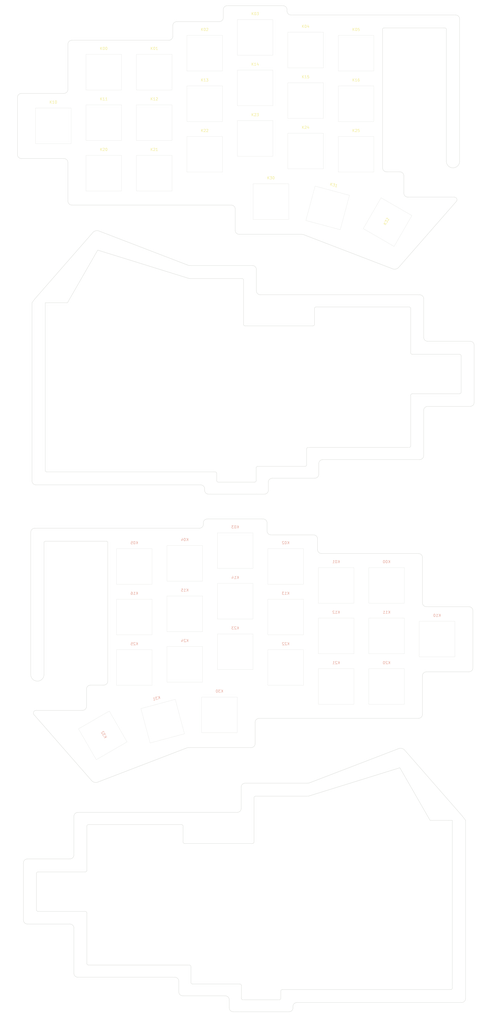
<source format=kicad_pcb>
(kicad_pcb (version 20221018) (generator pcbnew)
  (layers (0 "F.Cu" signal) (31 "B.Cu" signal) (34 "B.Paste" user) (35 "F.Paste" user) (36 "B.SilkS" user "B.Silkscreen") (37 "F.SilkS" user "F.Silkscreen") (38 "B.Mask" user) (39 "F.Mask" user) (44 "Edge.Cuts" user))
  (net 0 "")
  (footprint "sat1l:MXOnly-1U-Cutout-LaserMargin-19mm" (layer "F.Cu") (at 413.5 -62.5625)
    (fp_text reference "K16" (at 0 -8.89 unlocked) (layer "F.SilkS"))
    (fp_text value "KEYSW")
    (fp_rect (start -6.7 -6.7) (end 6.7 6.7) (stroke (width 0.05)) (fill none) (layer "Edge.Cuts"))
  )
  (footprint "sat1l:MXOnly-1U-Cutout-LaserMargin-19mm" (layer "F.Cu") (at 375.5 -49.5)
    (fp_text reference "K23" (at 0 -8.89 unlocked) (layer "F.SilkS"))
    (fp_text value "KEYSW")
    (fp_rect (start -6.7 -6.7) (end 6.7 6.7) (stroke (width 0.05)) (fill none) (layer "Edge.Cuts"))
  )
  (footprint "sat1l:MXOnly-1U-Cutout-LaserMargin-19mm" (layer "F.Cu") (at 394.5 -44.75)
    (fp_text reference "K24" (at 0 -8.89 unlocked) (layer "F.SilkS"))
    (fp_text value "KEYSW")
    (fp_rect (start -6.7 -6.7) (end 6.7 6.7) (stroke (width 0.05)) (fill none) (layer "Edge.Cuts"))
  )
  (footprint "sat1l:MXOnly-1U-Cutout-LaserMargin-19mm" (layer "F.Cu") (at 375.5 -68.5)
    (fp_text reference "K14" (at 0 -8.89 unlocked) (layer "F.SilkS"))
    (fp_text value "KEYSW")
    (fp_rect (start -6.7 -6.7) (end 6.7 6.7) (stroke (width 0.05)) (fill none) (layer "Edge.Cuts"))
  )
  (footprint "sat1l:MXOnly-1U-Cutout-LaserMargin-19mm" (layer "F.Cu") (at 375.5 -87.5)
    (fp_text reference "K03" (at 0 -8.89 unlocked) (layer "F.SilkS"))
    (fp_text value "KEYSW")
    (fp_rect (start -6.7 -6.7) (end 6.7 6.7) (stroke (width 0.05)) (fill none) (layer "Edge.Cuts"))
  )
  (footprint "sat1l:MXOnly-1U-Cutout-LaserMargin-19mm" (layer "F.Cu") (at 318.5 -55.4375)
    (fp_text reference "K11" (at 0 -8.89 unlocked) (layer "F.SilkS"))
    (fp_text value "KEYSW")
    (fp_rect (start -6.7 -6.7) (end 6.7 6.7) (stroke (width 0.05)) (fill none) (layer "Edge.Cuts"))
  )
  (footprint "sat1l:MXOnly-1U-Cutout-LaserMargin-19mm" (layer "F.Cu") (at 413.5 -81.5625)
    (fp_text reference "K05" (at 0 -8.89 unlocked) (layer "F.SilkS"))
    (fp_text value "KEYSW")
    (fp_rect (start -6.7 -6.7) (end 6.7 6.7) (stroke (width 0.05)) (fill none) (layer "Edge.Cuts"))
  )
  (footprint "sat1l:MXOnly-1U-Cutout-LaserMargin-19mm" (layer "F.Cu") (at 356.5 -62.5625)
    (fp_text reference "K13" (at 0 -8.89 unlocked) (layer "F.SilkS"))
    (fp_text value "KEYSW")
    (fp_rect (start -6.7 -6.7) (end 6.7 6.7) (stroke (width 0.05)) (fill none) (layer "Edge.Cuts"))
  )
  (footprint "sat1l:MXOnly-1U-Cutout-LaserMargin-19mm" (layer "F.Cu") (at 381.4375 -25.75)
    (fp_text reference "K30" (at 0 -8.89 unlocked) (layer "F.SilkS"))
    (fp_text value "KEYSW")
    (fp_rect (start -6.7 -6.7) (end 6.7 6.7) (stroke (width 0.05)) (fill none) (layer "Edge.Cuts"))
  )
  (footprint "sat1l:MXOnly-1U-Cutout-LaserMargin-19mm" (layer "F.Cu") (at 337.5 -55.4375)
    (fp_text reference "K12" (at 0 -8.89 unlocked) (layer "F.SilkS"))
    (fp_text value "KEYSW")
    (fp_rect (start -6.7 -6.7) (end 6.7 6.7) (stroke (width 0.05)) (fill none) (layer "Edge.Cuts"))
  )
  (footprint "sat1l:MXOnly-1U-Cutout-LaserMargin-19mm" (layer "F.Cu") (at 337.5 -36.4375)
    (fp_text reference "K21" (at 0 -8.89 unlocked) (layer "F.SilkS"))
    (fp_text value "KEYSW")
    (fp_rect (start -6.7 -6.7) (end 6.7 6.7) (stroke (width 0.05)) (fill none) (layer "Edge.Cuts"))
  )
  (footprint "sat1l:MXOnly-1U-Cutout-LaserMargin-19mm" (layer "F.Cu") (at 318.5 -36.4375)
    (fp_text reference "K20" (at 0 -8.89 unlocked) (layer "F.SilkS"))
    (fp_text value "KEYSW")
    (fp_rect (start -6.7 -6.7) (end 6.7 6.7) (stroke (width 0.05)) (fill none) (layer "Edge.Cuts"))
  )
  (footprint "sat1l:MXOnly-1U-Cutout-LaserMargin-19mm" (layer "F.Cu") (at 356.5 -81.5625)
    (fp_text reference "K02" (at 0 -8.89 unlocked) (layer "F.SilkS"))
    (fp_text value "KEYSW")
    (fp_rect (start -6.7 -6.7) (end 6.7 6.7) (stroke (width 0.05)) (fill none) (layer "Edge.Cuts"))
  )
  (footprint "sat1l:MXOnly-1.5U-Cutout-LaserMargin-19mm" (layer "F.Cu") (at 425.375 -18.03125 60)
    (fp_text reference "K32" (at 0 -0.5 60 unlocked) (layer "F.SilkS"))
    (fp_text value "KEYSW")
    (fp_rect (start -6.7 -6.7) (end 6.7 6.7) (stroke (width 0.05)) (fill none) (layer "Edge.Cuts"))
  )
  (footprint "sat1l:MXOnly-1U-Cutout-LaserMargin-19mm" (layer "F.Cu") (at 299.5 -54.25)
    (fp_text reference "K10" (at 0 -8.89 unlocked) (layer "F.SilkS"))
    (fp_text value "KEYSW")
    (fp_rect (start -6.7 -6.7) (end 6.7 6.7) (stroke (width 0.05)) (fill none) (layer "Edge.Cuts"))
  )
  (footprint "sat1l:MXOnly-1U-Cutout-LaserMargin-19mm" (layer "F.Cu") (at 402.8125 -23.375 -15)
    (fp_text reference "K31" (at 0 -8.89 -15 unlocked) (layer "F.SilkS"))
    (fp_text value "KEYSW")
    (fp_rect (start -6.7 -6.7) (end 6.7 6.7) (stroke (width 0.05)) (fill none) (layer "Edge.Cuts"))
  )
  (footprint "sat1l:MXOnly-1U-Cutout-LaserMargin-19mm" (layer "F.Cu") (at 394.5 -63.75)
    (fp_text reference "K15" (at 0 -8.89 unlocked) (layer "F.SilkS"))
    (fp_text value "KEYSW")
    (fp_rect (start -6.7 -6.7) (end 6.7 6.7) (stroke (width 0.05)) (fill none) (layer "Edge.Cuts"))
  )
  (footprint "sat1l:MXOnly-1U-Cutout-LaserMargin-19mm" (layer "F.Cu") (at 318.5 -74.4375)
    (fp_text reference "K00" (at 0 -8.89 unlocked) (layer "F.SilkS"))
    (fp_text value "KEYSW")
    (fp_rect (start -6.7 -6.7) (end 6.7 6.7) (stroke (width 0.05)) (fill none) (layer "Edge.Cuts"))
  )
  (footprint "sat1l:MXOnly-1U-Cutout-LaserMargin-19mm" (layer "F.Cu") (at 394.5 -82.75)
    (fp_text reference "K04" (at 0 -8.89 unlocked) (layer "F.SilkS"))
    (fp_text value "KEYSW")
    (fp_rect (start -6.7 -6.7) (end 6.7 6.7) (stroke (width 0.05)) (fill none) (layer "Edge.Cuts"))
  )
  (footprint "sat1l:MXOnly-1U-Cutout-LaserMargin-19mm" (layer "F.Cu") (at 413.5 -43.5625)
    (fp_text reference "K25" (at 0 -8.89 unlocked) (layer "F.SilkS"))
    (fp_text value "KEYSW")
    (fp_rect (start -6.7 -6.7) (end 6.7 6.7) (stroke (width 0.05)) (fill none) (layer "Edge.Cuts"))
  )
  (footprint "sat1l:MXOnly-1U-Cutout-LaserMargin-19mm" (layer "F.Cu") (at 356.5 -43.5625)
    (fp_text reference "K22" (at 0 -8.89 unlocked) (layer "F.SilkS"))
    (fp_text value "KEYSW")
    (fp_rect (start -6.7 -6.7) (end 6.7 6.7) (stroke (width 0.05)) (fill none) (layer "Edge.Cuts"))
  )
  (footprint "sat1l:MXOnly-1U-Cutout-LaserMargin-19mm" (layer "F.Cu") (at 337.5 -74.4375)
    (fp_text reference "K01" (at 0 -8.89 unlocked) (layer "F.SilkS"))
    (fp_text value "KEYSW")
    (fp_rect (start -6.7 -6.7) (end 6.7 6.7) (stroke (width 0.05)) (fill none) (layer "Edge.Cuts"))
  )
  (footprint "sat1l:MXOnly-1U-Cutout-LaserMargin-19mm" (layer "B.Cu") (at 330 111.5 180)
    (fp_text reference "K05" (at 0 8.89 unlocked) (layer "B.SilkS") (effects (justify mirror)))
    (fp_text value "KEYSW")
    (fp_rect (start -6.7 6.7) (end 6.7 -6.7) (stroke (width 0.05)) (fill none) (layer "Edge.Cuts"))
  )
  (footprint "sat1l:MXOnly-1U-Cutout-LaserMargin-19mm" (layer "B.Cu") (at 387 130.5 180)
    (fp_text reference "K13" (at 0 8.89 unlocked) (layer "B.SilkS") (effects (justify mirror)))
    (fp_text value "KEYSW")
    (fp_rect (start -6.7 6.7) (end 6.7 -6.7) (stroke (width 0.05)) (fill none) (layer "Edge.Cuts"))
  )
  (footprint "sat1l:MXOnly-1U-Cutout-LaserMargin-19mm" (layer "B.Cu") (at 425 137.625 180)
    (fp_text reference "K11" (at 0 8.89 unlocked) (layer "B.SilkS") (effects (justify mirror)))
    (fp_text value "KEYSW")
    (fp_rect (start -6.7 6.7) (end 6.7 -6.7) (stroke (width 0.05)) (fill none) (layer "Edge.Cuts"))
  )
  (footprint "sat1l:MXOnly-1U-Cutout-LaserMargin-19mm" (layer "B.Cu") (at 406 156.625 180)
    (fp_text reference "K21" (at 0 8.89 unlocked) (layer "B.SilkS") (effects (justify mirror)))
    (fp_text value "KEYSW")
    (fp_rect (start -6.7 6.7) (end 6.7 -6.7) (stroke (width 0.05)) (fill none) (layer "Edge.Cuts"))
  )
  (footprint "sat1l:MXOnly-1U-Cutout-LaserMargin-19mm" (layer "B.Cu") (at 406 137.625 180)
    (fp_text reference "K12" (at 0 8.89 unlocked) (layer "B.SilkS") (effects (justify mirror)))
    (fp_text value "KEYSW")
    (fp_rect (start -6.7 6.7) (end 6.7 -6.7) (stroke (width 0.05)) (fill none) (layer "Edge.Cuts"))
  )
  (footprint "sat1l:MXOnly-1U-Cutout-LaserMargin-19mm" (layer "B.Cu") (at 425 156.625 180)
    (fp_text reference "K20" (at 0 8.89 unlocked) (layer "B.SilkS") (effects (justify mirror)))
    (fp_text value "KEYSW")
    (fp_rect (start -6.7 6.7) (end 6.7 -6.7) (stroke (width 0.05)) (fill none) (layer "Edge.Cuts"))
  )
  (footprint "sat1l:MXOnly-1U-Cutout-LaserMargin-19mm" (layer "B.Cu") (at 368 105.5625 180)
    (fp_text reference "K03" (at 0 8.89 unlocked) (layer "B.SilkS") (effects (justify mirror)))
    (fp_text value "KEYSW")
    (fp_rect (start -6.7 6.7) (end 6.7 -6.7) (stroke (width 0.05)) (fill none) (layer "Edge.Cuts"))
  )
  (footprint "sat1l:MXOnly-1U-Cutout-LaserMargin-19mm" (layer "B.Cu") (at 349 148.3125 180)
    (fp_text reference "K24" (at 0 8.89 unlocked) (layer "B.SilkS") (effects (justify mirror)))
    (fp_text value "KEYSW")
    (fp_rect (start -6.7 6.7) (end 6.7 -6.7) (stroke (width 0.05)) (fill none) (layer "Edge.Cuts"))
  )
  (footprint "sat1l:MXOnly-1U-Cutout-LaserMargin-19mm" (layer "B.Cu") (at 349 110.3125 180)
    (fp_text reference "K04" (at 0 8.89 unlocked) (layer "B.SilkS") (effects (justify mirror)))
    (fp_text value "KEYSW")
    (fp_rect (start -6.7 6.7) (end 6.7 -6.7) (stroke (width 0.05)) (fill none) (layer "Edge.Cuts"))
  )
  (footprint "sat1l:MXOnly-1U-Cutout-LaserMargin-19mm" (layer "B.Cu") (at 368 143.5625 180)
    (fp_text reference "K23" (at 0 8.89 unlocked) (layer "B.SilkS") (effects (justify mirror)))
    (fp_text value "KEYSW")
    (fp_rect (start -6.7 6.7) (end 6.7 -6.7) (stroke (width 0.05)) (fill none) (layer "Edge.Cuts"))
  )
  (footprint "sat1l:MXOnly-1U-Cutout-LaserMargin-19mm" (layer "B.Cu") (at 330 130.5 180)
    (fp_text reference "K16" (at 0 8.89 unlocked) (layer "B.SilkS") (effects (justify mirror)))
    (fp_text value "KEYSW")
    (fp_rect (start -6.7 6.7) (end 6.7 -6.7) (stroke (width 0.05)) (fill none) (layer "Edge.Cuts"))
  )
  (footprint "sat1l:MXOnly-1U-Cutout-LaserMargin-19mm" (layer "B.Cu") (at 330 149.5 180)
    (fp_text reference "K25" (at 0 8.89 unlocked) (layer "B.SilkS") (effects (justify mirror)))
    (fp_text value "KEYSW")
    (fp_rect (start -6.7 6.7) (end 6.7 -6.7) (stroke (width 0.05)) (fill none) (layer "Edge.Cuts"))
  )
  (footprint "sat1l:MXOnly-1U-Cutout-LaserMargin-19mm" (layer "B.Cu") (at 387 149.5 180)
    (fp_text reference "K22" (at 0 8.89 unlocked) (layer "B.SilkS") (effects (justify mirror)))
    (fp_text value "KEYSW")
    (fp_rect (start -6.7 6.7) (end 6.7 -6.7) (stroke (width 0.05)) (fill none) (layer "Edge.Cuts"))
  )
  (footprint "sat1l:MXOnly-1.5U-Cutout-LaserMargin-19mm" (layer "B.Cu") (at 318.125 175.03125 120)
    (fp_text reference "K32" (at 0 0.5 300 unlocked) (layer "B.SilkS") (effects (justify mirror)))
    (fp_text value "KEYSW")
    (fp_rect (start -6.7 6.7) (end 6.7 -6.7) (stroke (width 0.05)) (fill none) (layer "Edge.Cuts"))
  )
  (footprint "sat1l:MXOnly-1U-Cutout-LaserMargin-19mm" (layer "B.Cu") (at 362.0625 167.3125 180)
    (fp_text reference "K30" (at 0 8.89 unlocked) (layer "B.SilkS") (effects (justify mirror)))
    (fp_text value "KEYSW")
    (fp_rect (start -6.7 6.7) (end 6.7 -6.7) (stroke (width 0.05)) (fill none) (layer "Edge.Cuts"))
  )
  (footprint "sat1l:MXOnly-1U-Cutout-LaserMargin-19mm" (layer "B.Cu") (at 406 118.625 180)
    (fp_text reference "K01" (at 0 8.89 unlocked) (layer "B.SilkS") (effects (justify mirror)))
    (fp_text value "KEYSW")
    (fp_rect (start -6.7 6.7) (end 6.7 -6.7) (stroke (width 0.05)) (fill none) (layer "Edge.Cuts"))
  )
  (footprint "sat1l:MXOnly-1U-Cutout-LaserMargin-19mm" (layer "B.Cu") (at 444 138.8125 180)
    (fp_text reference "K10" (at 0 8.89 unlocked) (layer "B.SilkS") (effects (justify mirror)))
    (fp_text value "KEYSW")
    (fp_rect (start -6.7 6.7) (end 6.7 -6.7) (stroke (width 0.05)) (fill none) (layer "Edge.Cuts"))
  )
  (footprint "sat1l:MXOnly-1U-Cutout-LaserMargin-19mm" (layer "B.Cu") (at 387 111.5 180)
    (fp_text reference "K02" (at 0 8.89 unlocked) (layer "B.SilkS") (effects (justify mirror)))
    (fp_text value "KEYSW")
    (fp_rect (start -6.7 6.7) (end 6.7 -6.7) (stroke (width 0.05)) (fill none) (layer "Edge.Cuts"))
  )
  (footprint "sat1l:MXOnly-1U-Cutout-LaserMargin-19mm" (layer "B.Cu") (at 340.6875 169.6875 -165)
    (fp_text reference "K31" (at 0 8.89 15 unlocked) (layer "B.SilkS") (effects (justify mirror)))
    (fp_text value "KEYSW")
    (fp_rect (start -6.7 6.7) (end 6.7 -6.7) (stroke (width 0.05)) (fill none) (layer "Edge.Cuts"))
  )
  (footprint "sat1l:MXOnly-1U-Cutout-LaserMargin-19mm" (layer "B.Cu") (at 368 124.5625 180)
    (fp_text reference "K14" (at 0 8.89 unlocked) (layer "B.SilkS") (effects (justify mirror)))
    (fp_text value "KEYSW")
    (fp_rect (start -6.7 6.7) (end 6.7 -6.7) (stroke (width 0.05)) (fill none) (layer "Edge.Cuts"))
  )
  (footprint "sat1l:MXOnly-1U-Cutout-LaserMargin-19mm" (layer "B.Cu") (at 425 118.625 180)
    (fp_text reference "K00" (at 0 8.89 unlocked) (layer "B.SilkS") (effects (justify mirror)))
    (fp_text value "KEYSW")
    (fp_rect (start -6.7 6.7) (end 6.7 -6.7) (stroke (width 0.05)) (fill none) (layer "Edge.Cuts"))
  )
  (footprint "sat1l:MXOnly-1U-Cutout-LaserMargin-19mm" (layer "B.Cu") (at 349 129.3125 180)
    (fp_text reference "K15" (at 0 8.89 unlocked) (layer "B.SilkS") (effects (justify mirror)))
    (fp_text value "KEYSW")
    (fp_rect (start -6.7 6.7) (end 6.7 -6.7) (stroke (width 0.05)) (fill none) (layer "Edge.Cuts"))
  )
  (gr_arc (start 429.5 -0.9375) (mid 428.339798 -0.343571) (end 427.051317 -0.540134) (stroke (width 0.1)) (layer "Edge.Cuts"))
  (gr_arc (start 437 106.625) (mid 438.06066 107.06434) (end 438.5 108.125) (stroke (width 0.1)) (layer "Edge.Cuts"))
  (gr_line (start 454.75 207) (end 454.75 274) (stroke (width 0.1)) (layer "Edge.Cuts"))
  (gr_arc (start 396.368034 192.736068) (mid 395.824381 192.933116) (end 395.25 193) (stroke (width 0.1)) (layer "Edge.Cuts"))
  (gr_arc (start 371.734375 21) (mid 371.314523 20.826102) (end 371.140625 20.40625) (stroke (width 0.1)) (layer "Edge.Cuts"))
  (gr_arc (start 348.25 273) (mid 347.18934 272.56066) (end 346.75 271.5) (stroke (width 0.1)) (layer "Edge.Cuts"))
  (gr_line (start 438.96875 25.296875) (end 438.96875 10.796875) (stroke (width 0.1)) (layer "Edge.Cuts"))
  (gr_line (start 441.38 207) (end 448.25 207) (stroke (width 0.1)) (layer "Edge.Cuts"))
  (gr_arc (start 312 157.625) (mid 312.43934 156.56434) (end 313.5 156.125) (stroke (width 0.1)) (layer "Edge.Cuts"))
  (gr_arc (start 434.078125 66.125) (mid 433.90422 66.544845) (end 433.484375 66.71875) (stroke (width 0.1)) (layer "Edge.Cuts"))
  (gr_arc (start 457.96875 49.796875) (mid 457.52941 50.857535) (end 456.46875 51.296875) (stroke (width 0.1)) (layer "Edge.Cuts"))
  (gr_line (start 375.96875 7.796875) (end 375.96875 -0.203125) (stroke (width 0.1)) (layer "Edge.Cuts"))
  (gr_line (start 440 151.125) (end 456 151.125) (stroke (width 0.1)) (layer "Edge.Cuts"))
  (gr_arc (start 378.5 93.625) (mid 379.56066 94.06434) (end 380 95.125) (stroke (width 0.1)) (layer "Edge.Cuts"))
  (gr_arc (start 348.953125 215.703125) (mid 348.533273 215.529227) (end 348.359375 215.109375) (stroke (width 0.1)) (layer "Edge.Cuts"))
  (gr_arc (start 291 98.625) (mid 291.43934 97.56434) (end 292.5 97.125) (stroke (width 0.1)) (layer "Edge.Cuts"))
  (gr_line (start 384.578125 274.484375) (end 370.921875 274.484375) (stroke (width 0.1)) (layer "Edge.Cuts"))
  (gr_arc (start 434.078125 47.125) (mid 434.25203 46.705155) (end 434.671875 46.53125) (stroke (width 0.1)) (layer "Edge.Cuts"))
  (gr_arc (start 347.765625 208.578125) (mid 348.185462 208.752038) (end 348.359375 209.171875) (stroke (width 0.1)) (layer "Edge.Cuts"))
  (gr_line (start 453.25 275.5) (end 391.25 275.5) (stroke (width 0.1)) (layer "Edge.Cuts"))
  (gr_line (start 348.359375 215.109375) (end 348.359375 209.171875) (stroke (width 0.1)) (layer "Edge.Cuts"))
  (gr_arc (start 289.75 246) (mid 288.68934 245.56066) (end 288.25 244.5) (stroke (width 0.1)) (layer "Edge.Cuts"))
  (gr_arc (start 393 -13.4375) (mid 393.574382 -13.370622) (end 394.118034 -13.173568) (stroke (width 0.1)) (layer "Edge.Cuts"))
  (gr_arc (start 440.46875 26.796875) (mid 439.40809 26.357535) (end 438.96875 25.296875) (stroke (width 0.1)) (layer "Edge.Cuts"))
  (gr_line (start 316.21875 -7.5) (end 350.65625 3.1875) (stroke (width 0.1)) (layer "Edge.Cuts"))
  (gr_arc (start 350.734375 261.421875) (mid 351.154227 261.595773) (end 351.328125 262.015625) (stroke (width 0.1)) (layer "Edge.Cuts"))
  (gr_arc (start 363.5 -94.9375) (mid 363.06066 -93.87684) (end 362 -93.4375) (stroke (width 0.1)) (layer "Edge.Cuts"))
  (gr_line (start 437.46875 9.296875) (end 377.46875 9.296875) (stroke (width 0.1)) (layer "Edge.Cuts"))
  (gr_arc (start 385.171875 273.890625) (mid 384.997944 274.310444) (end 384.578125 274.484375) (stroke (width 0.1)) (layer "Edge.Cuts"))
  (gr_arc (start 349.381966 179.888932) (mid 349.925618 179.691878) (end 350.5 179.625) (stroke (width 0.1)) (layer "Edge.Cuts"))
  (gr_line (start 431.5 -35.4375) (end 431.5 -28.9375) (stroke (width 0.1)) (layer "Edge.Cuts"))
  (gr_arc (start 453.078125 45.9375) (mid 452.90422 46.357345) (end 452.484375 46.53125) (stroke (width 0.1)) (layer "Edge.Cuts"))
  (gr_line (start 389.75 277.5) (end 389.75 277) (stroke (width 0.1)) (layer "Edge.Cuts"))
  (gr_line (start 349.850716 -1.967057) (end 316.917433 -14.600491) (stroke (width 0.1)) (layer "Edge.Cuts"))
  (gr_line (start 311.546875 226.390625) (end 293.734375 226.390625) (stroke (width 0.1)) (layer "Edge.Cuts"))
  (gr_arc (start 350.96875 -1.703125) (mid 350.39437 -1.770009) (end 349.850716 -1.967057) (stroke (width 0.1)) (layer "Edge.Cuts"))
  (gr_arc (start 351.921875 268.546875) (mid 351.502038 268.372962) (end 351.328125 267.953125) (stroke (width 0.1)) (layer "Edge.Cuts"))
  (gr_line (start 381.96875 78.296875) (end 397.96875 78.296875) (stroke (width 0.1)) (layer "Edge.Cuts"))
  (gr_line (start 348.25 273) (end 364.25 273) (stroke (width 0.1)) (layer "Edge.Cuts"))
  (gr_line (start 296 152.125) (end 296 102.5) (stroke (width 0.1)) (layer "Edge.Cuts"))
  (gr_arc (start 370.25 194.5) (mid 370.68934 193.43934) (end 371.75 193) (stroke (width 0.1)) (layer "Edge.Cuts"))
  (gr_line (start 431.75 180.5) (end 453.58205 205.4453) (stroke (width 0.1)) (layer "Edge.Cuts"))
  (gr_line (start 457.96875 49.796875) (end 457.96875 28.296875) (stroke (width 0.1)) (layer "Edge.Cuts"))
  (gr_arc (start 370.546875 3.1875) (mid 370.966711 3.361414) (end 371.140625 3.78125) (stroke (width 0.1)) (layer "Edge.Cuts"))
  (gr_arc (start 375.890625 79.1875) (mid 375.716712 79.607337) (end 375.296875 79.78125) (stroke (width 0.1)) (layer "Edge.Cuts"))
  (gr_arc (start 438.96875 52.796875) (mid 439.408089 51.736214) (end 440.46875 51.296875) (stroke (width 0.1)) (layer "Edge.Cuts"))
  (gr_arc (start 397.859375 14.46875) (mid 398.033288 14.048913) (end 398.453125 13.875) (stroke (width 0.1)) (layer "Edge.Cuts"))
  (gr_line (start 293.140625 226.984375) (end 293.140625 240.640625) (stroke (width 0.1)) (layer "Edge.Cuts"))
  (gr_line (start 375.671875 197.890625) (end 395.5625 197.890625) (stroke (width 0.1)) (layer "Edge.Cuts"))
  (gr_line (start 447.5 -90.5625) (end 447.5 -40.9375) (stroke (width 0.1)) (layer "Edge.Cuts"))
  (gr_line (start 287.5 -41.9375) (end 303.5 -41.9375) (stroke (width 0.1)) (layer "Edge.Cuts"))
  (gr_arc (start 385.171875 271.21875) (mid 385.34576 270.798885) (end 385.765625 270.625) (stroke (width 0.1)) (layer "Edge.Cuts"))
  (gr_line (start 292.5 97.125) (end 354.5 97.125) (stroke (width 0.1)) (layer "Edge.Cuts"))
  (gr_arc (start 375.5 178.125) (mid 375.06066 179.18566) (end 374 179.625) (stroke (width 0.1)) (layer "Edge.Cuts"))
  (gr_arc (start 305 -67.9375) (mid 304.560661 -66.876839) (end 303.5 -66.4375) (stroke (width 0.1)) (layer "Edge.Cuts"))
  (gr_arc (start 312.140625 225.796875) (mid 311.966727 226.216727) (end 311.546875 226.390625) (stroke (width 0.1)) (layer "Edge.Cuts"))
  (gr_line (start 452.5 -94.4375) (end 452.5 -40.9375) (stroke (width 0.1)) (layer "Edge.Cuts"))
  (gr_arc (start 312.140625 209.171875) (mid 312.314538 208.752038) (end 312.734375 208.578125) (stroke (width 0.1)) (layer "Edge.Cuts"))
  (gr_line (start 350.65625 3.1875) (end 370.546875 3.1875) (stroke (width 0.1)) (layer "Edge.Cuts"))
  (gr_arc (start 380.46875 82.796875) (mid 380.02941 83.857535) (end 378.96875 84.296875) (stroke (width 0.1)) (layer "Edge.Cuts"))
  (gr_line (start 371.140625 3.78125) (end 371.140625 20.40625) (stroke (width 0.1)) (layer "Edge.Cuts"))
  (gr_arc (start 357.96875 84.296875) (mid 356.908115 83.857525) (end 356.46875 82.796875) (stroke (width 0.1)) (layer "Edge.Cuts"))
  (gr_line (start 397.5 99.625) (end 381.5 99.625) (stroke (width 0.1)) (layer "Edge.Cuts"))
  (gr_arc (start 361.640625 79.78125) (mid 361.220813 79.607327) (end 361.046875 79.1875) (stroke (width 0.1)) (layer "Edge.Cuts"))
  (gr_arc (start 360.453125 75.921875) (mid 360.872993 76.095764) (end 361.046875 76.515625) (stroke (width 0.1)) (layer "Edge.Cuts"))
  (gr_line (start 368.75 204) (end 308.75 204) (stroke (width 0.1)) (layer "Edge.Cuts"))
  (gr_line (start 449.75 207) (end 448.25 207) (stroke (width 0.1)) (layer "Edge.Cuts"))
  (gr_arc (start 457.5 149.625) (mid 457.06066 150.68566) (end 456 151.125) (stroke (width 0.1)) (layer "Edge.Cuts"))
  (gr_arc (start 308.75 266) (mid 307.68934 265.56066) (end 307.25 264.5) (stroke (width 0.1)) (layer "Edge.Cuts"))
  (gr_arc (start 344.5 -87.9375) (mid 344.06066 -86.87684) (end 343 -86.4375) (stroke (width 0.1)) (layer "Edge.Cuts"))
  (gr_arc (start 370.921875 274.484375) (mid 370.502038 274.310462) (end 370.328125 273.890625) (stroke (width 0.1)) (layer "Edge.Cuts"))
  (gr_arc (start 456 126.625) (mid 457.06066 127.06434) (end 457.5 128.125) (stroke (width 0.1)) (layer "Edge.Cuts"))
  (gr_arc (start 307.25 220) (mid 306.81066 221.06066) (end 305.75 221.5) (stroke (width 0.1)) (layer "Edge.Cuts"))
  (gr_arc (start 375.078125 198.484375) (mid 375.252039 198.064539) (end 375.671875 197.890625) (stroke (width 0.1)) (layer "Edge.Cuts"))
  (gr_line (start 399 105.125) (end 399 101.125) (stroke (width 0.1)) (layer "Edge.Cuts"))
  (gr_line (start 356.46875 82.296875) (end 356.46875 82.796875) (stroke (width 0.1)) (layer "Edge.Cuts"))
  (gr_line (start 291.46875 79.296875) (end 291.46875 12.296875) (stroke (width 0.1)) (layer "Edge.Cuts"))
  (gr_arc (start 345.25 266) (mid 346.31066 266.43934) (end 346.75 267.5) (stroke (width 0.1)) (layer "Edge.Cuts"))
  (gr_line (start 351.328125 267.953125) (end 351.328125 262.015625) (stroke (width 0.1)) (layer "Edge.Cuts"))
  (gr_arc (start 375.5 170.125) (mid 375.93934 169.06434) (end 377 168.625) (stroke (width 0.1)) (layer "Edge.Cuts"))
  (gr_line (start 380.46875 82.796875) (end 380.46875 79.796875) (stroke (width 0.1)) (layer "Edge.Cuts"))
  (gr_arc (start 286 -64.9375) (mid 286.43934 -65.99816) (end 287.5 -66.4375) (stroke (width 0.1)) (layer "Edge.Cuts"))
  (gr_line (start 343 -86.4375) (end 306.5 -86.4375) (stroke (width 0.1)) (layer "Edge.Cuts"))
  (gr_line (start 374.46875 -1.703125) (end 350.96875 -1.703125) (stroke (width 0.1)) (layer "Edge.Cuts"))
  (gr_line (start 378.5 93.625) (end 357.5 93.625) (stroke (width 0.1)) (layer "Edge.Cuts"))
  (gr_line (start 320 154.625) (end 320 102.5) (stroke (width 0.1)) (layer "Edge.Cuts"))
  (gr_arc (start 311.546875 241.234375) (mid 311.966727 241.408273) (end 312.140625 241.828125) (stroke (width 0.1)) (layer "Edge.Cuts"))
  (gr_arc (start 375.078125 215.109375) (mid 374.904227 215.529227) (end 374.484375 215.703125) (stroke (width 0.1)) (layer "Edge.Cuts"))
  (gr_arc (start 369.734375 268.546875) (mid 370.154227 268.720773) (end 370.328125 269.140625) (stroke (width 0.1)) (layer "Edge.Cuts"))
  (gr_line (start 308.75 266) (end 345.25 266) (stroke (width 0.1)) (layer "Edge.Cuts"))
  (gr_line (start 305 -84.9375) (end 305 -67.9375) (stroke (width 0.1)) (layer "Edge.Cuts"))
  (gr_arc (start 370.25 202.5) (mid 369.81066 203.56066) (end 368.75 204) (stroke (width 0.1)) (layer "Edge.Cuts"))
  (gr_arc (start 397.859375 20.40625) (mid 397.685477 20.826102) (end 397.265625 21) (stroke (width 0.1)) (layer "Edge.Cuts"))
  (gr_arc (start 375.890625 74.4375) (mid 376.064523 74.017648) (end 376.484375 73.84375) (stroke (width 0.1)) (layer "Edge.Cuts"))
  (gr_arc (start 425 -36.9375) (mid 423.93934 -37.37684) (end 423.5 -38.4375) (stroke (width 0.1)) (layer "Edge.Cuts"))
  (gr_arc (start 394.890625 67.3125) (mid 395.064523 66.892648) (end 395.484375 66.71875) (stroke (width 0.1)) (layer "Edge.Cuts"))
  (gr_arc (start 292.16795 167.1797) (mid 292.118326 166.153142) (end 293 165.625) (stroke (width 0.1)) (layer "Edge.Cuts"))
  (gr_line (start 368 -22.9375) (end 368 -14.9375) (stroke (width 0.1)) (layer "Edge.Cuts"))
  (gr_line (start 297.96875 12.296875) (end 296.46875 12.296875) (stroke (width 0.1)) (layer "Edge.Cuts"))
  (gr_line (start 286 -64.9375) (end 286 -43.4375) (stroke (width 0.1)) (layer "Edge.Cuts"))
  (gr_line (start 303.5 -66.4375) (end 287.5 -66.4375) (stroke (width 0.1)) (layer "Edge.Cuts"))
  (gr_arc (start 389.75 277) (mid 390.189322 275.939322) (end 391.25 275.5) (stroke (width 0.1)) (layer "Edge.Cuts"))
  (gr_line (start 369.5 -13.4375) (end 393 -13.4375) (stroke (width 0.1)) (layer "Edge.Cuts"))
  (gr_line (start 457.5 149.625) (end 457.5 128.125) (stroke (width 0.1)) (layer "Edge.Cuts"))
  (gr_arc (start 399.46875 72.796875) (mid 399.90809 71.736215) (end 400.96875 71.296875) (stroke (width 0.1)) (layer "Edge.Cuts"))
  (gr_line (start 312 164.125) (end 312 157.625) (stroke (width 0.1)) (layer "Edge.Cuts"))
  (gr_arc (start 364.25 273) (mid 365.31066 273.43934) (end 365.75 274.5) (stroke (width 0.1)) (layer "Edge.Cuts"))
  (gr_line (start 292.6367 10.742175) (end 314.46875 -14.203125) (stroke (width 0.1)) (layer "Edge.Cuts"))
  (gr_line (start 371.734375 21) (end 397.265625 21) (stroke (width 0.1)) (layer "Edge.Cuts"))
  (gr_line (start 452.484375 31.6875) (end 434.671875 31.6875) (stroke (width 0.1)) (layer "Edge.Cuts"))
  (gr_line (start 456 126.625) (end 440 126.625) (stroke (width 0.1)) (layer "Edge.Cuts"))
  (gr_line (start 400.96875 71.296875) (end 437.46875 71.296875) (stroke (width 0.1)) (layer "Edge.Cuts"))
  (gr_line (start 293 165.625) (end 310.5 165.625) (stroke (width 0.1)) (layer "Edge.Cuts"))
  (gr_line (start 297.96875 12.296875) (end 304.83875 12.296875) (stroke (width 0.1)) (layer "Edge.Cuts"))
  (gr_line (start 348.953125 215.703125) (end 374.484375 215.703125) (stroke (width 0.1)) (layer "Edge.Cuts"))
  (gr_line (start 291 152.125) (end 291 98.625) (stroke (width 0.1)) (layer "Edge.Cuts"))
  (gr_line (start 377 168.625) (end 437 168.625) (stroke (width 0.1)) (layer "Edge.Cuts"))
  (gr_line (start 433 -27.4375) (end 450.5 -27.4375) (stroke (width 0.1)) (layer "Edge.Cuts"))
  (gr_arc (start 374.46875 -1.703125) (mid 375.52941 -1.263785) (end 375.96875 -0.203125) (stroke (width 0.1)) (layer "Edge.Cuts"))
  (gr_arc (start 305 -84.9375) (mid 305.43934 -85.99816) (end 306.5 -86.4375) (stroke (width 0.1)) (layer "Edge.Cuts"))
  (gr_line (start 437 106.625) (end 400.5 106.625) (stroke (width 0.1)) (layer "Edge.Cuts"))
  (gr_line (start 451.33205 -25.8828) (end 429.5 -0.9375) (stroke (width 0.1)) (layer "Edge.Cuts"))
  (gr_arc (start 380.46875 79.796875) (mid 380.90809 78.736215) (end 381.96875 78.296875) (stroke (width 0.1)) (layer "Edge.Cuts"))
  (gr_line (start 304.83875 12.296875) (end 316.21875 -7.5) (stroke (width 0.1)) (layer "Edge.Cuts"))
  (gr_line (start 361.046875 79.1875) (end 361.046875 76.515625) (stroke (width 0.1)) (layer "Edge.Cuts"))
  (gr_arc (start 307.25 205.5) (mid 307.68934 204.43934) (end 308.75 204) (stroke (width 0.1)) (layer "Edge.Cuts"))
  (gr_line (start 395.25 193) (end 371.75 193) (stroke (width 0.1)) (layer "Edge.Cuts"))
  (gr_arc (start 400.5 106.625) (mid 399.43934 106.18566) (end 399 105.125) (stroke (width 0.1)) (layer "Edge.Cuts"))
  (gr_line (start 357.96875 84.296875) (end 375.96875 84.296875) (stroke (width 0.1)) (layer "Edge.Cuts"))
  (gr_arc (start 287.5 -41.9375) (mid 286.43934 -42.37684) (end 286 -43.4375) (stroke (width 0.1)) (layer "Edge.Cuts"))
  (gr_line (start 307.25 205.5) (end 307.25 220) (stroke (width 0.1)) (layer "Edge.Cuts"))
  (gr_arc (start 377.46875 9.296875) (mid 376.40809 8.857535) (end 375.96875 7.796875) (stroke (width 0.1)) (layer "Edge.Cuts"))
  (gr_arc (start 434.671875 31.6875) (mid 434.25203 31.513595) (end 434.078125 31.09375) (stroke (width 0.1)) (layer "Edge.Cuts"))
  (gr_line (start 394.890625 67.3125) (end 394.890625 73.25) (stroke (width 0.1)) (layer "Edge.Cuts"))
  (gr_line (start 385.765625 270.625) (end 449.25 270.625) (stroke (width 0.1)) (layer "Edge.Cuts"))
  (gr_line (start 375.078125 215.109375) (end 375.078125 198.484375) (stroke (width 0.1)) (layer "Edge.Cuts"))
  (gr_line (start 397.859375 14.46875) (end 397.859375 20.40625) (stroke (width 0.1)) (layer "Edge.Cuts"))
  (gr_line (start 288.25 223) (end 288.25 244.5) (stroke (width 0.1)) (layer "Edge.Cuts"))
  (gr_line (start 346.75 267.5) (end 346.75 271.5) (stroke (width 0.1)) (layer "Edge.Cuts"))
  (gr_line (start 399.46875 76.796875) (end 399.46875 72.796875) (stroke (width 0.1)) (layer "Edge.Cuts"))
  (gr_arc (start 354.96875 80.796875) (mid 356.029435 81.236204) (end 356.46875 82.296875) (stroke (width 0.1)) (layer "Edge.Cuts"))
  (gr_line (start 449.75 207) (end 449.75 270.125) (stroke (width 0.1)) (layer "Edge.Cuts"))
  (gr_line (start 312.140625 260.828125) (end 312.140625 241.828125) (stroke (width 0.1)) (layer "Edge.Cuts"))
  (gr_arc (start 367.25 279) (mid 366.18934 278.56066) (end 365.75 277.5) (stroke (width 0.1)) (layer "Edge.Cuts"))
  (gr_line (start 292.6367 10.742175) (end 291.46875 12.296875) (stroke (width 0.1)) (layer "Edge.Cuts"))
  (gr_arc (start 381.5 99.625) (mid 380.43934 99.18566) (end 380 98.125) (stroke (width 0.1)) (layer "Edge.Cuts"))
  (gr_line (start 429.301317 180.102634) (end 396.368034 192.736068) (stroke (width 0.1)) (layer "Edge.Cuts"))
  (gr_arc (start 437.46875 9.296875) (mid 438.52941 9.736215) (end 438.96875 10.796875) (stroke (width 0.1)) (layer "Edge.Cuts"))
  (gr_line (start 370.25 279) (end 388.25 279) (stroke (width 0.1)) (layer "Edge.Cuts"))
  (gr_line (start 365.75 274.5) (end 365.75 277.5) (stroke (width 0.1)) (layer "Edge.Cuts"))
  (gr_arc (start 399.46875 76.796875) (mid 399.02941 77.857535) (end 397.96875 78.296875) (stroke (width 0.1)) (layer "Edge.Cuts"))
  (gr_line (start 440.46875 51.296875) (end 456.46875 51.296875) (stroke (width 0.1)) (layer "Edge.Cuts"))
  (gr_arc (start 296 152.125) (mid 293.5 154.625) (end 291 152.125) (stroke (width 0.1)) (layer "Edge.Cuts"))
  (gr_arc (start 366.5 -24.4375) (mid 367.56066 -23.99816) (end 368 -22.9375) (stroke (width 0.1)) (layer "Edge.Cuts"))
  (gr_line (start 313.5 156.125) (end 318.5 156.125) (stroke (width 0.1)) (layer "Edge.Cuts"))
  (gr_arc (start 292.96875 80.796875) (mid 291.908115 80.357525) (end 291.46875 79.296875) (stroke (width 0.1)) (layer "Edge.Cuts"))
  (gr_arc (start 293.140625 226.984375) (mid 293.314538 226.564538) (end 293.734375 226.390625) (stroke (width 0.1)) (layer "Edge.Cuts"))
  (gr_arc (start 451 -95.9375) (mid 452.06066 -95.49816) (end 452.5 -94.4375) (stroke (width 0.1)) (layer "Edge.Cuts"))
  (gr_arc (start 450.5 -27.4375) (mid 451.381675 -26.909358) (end 451.33205 -25.8828) (stroke (width 0.1)) (layer "Edge.Cuts"))
  (gr_line (start 425 -36.9375) (end 430 -36.9375) (stroke (width 0.1)) (layer "Edge.Cuts"))
  (gr_line (start 289.75 246) (end 305.75 246) (stroke (width 0.1)) (layer "Edge.Cuts"))
  (gr_arc (start 369.5 -13.4375) (mid 368.43934 -13.87684) (end 368 -14.9375) (stroke (width 0.1)) (layer "Edge.Cuts"))
  (gr_arc (start 423.5 -90.5625) (mid 423.646447 -90.916053) (end 424 -91.0625) (stroke (width 0.1)) (layer "Edge.Cuts"))
  (gr_line (start 438.5 167.125) (end 438.5 152.625) (stroke (width 0.1)) (layer "Edge.Cuts"))
  (gr_line (start 350.5 179.625) (end 374 179.625) (stroke (width 0.1)) (layer "Edge.Cuts"))
  (gr_arc (start 389 -95.9375) (mid 387.93934 -96.37684) (end 387.5 -97.4375) (stroke (width 0.1)) (layer "Edge.Cuts"))
  (gr_line (start 438.5 125.125) (end 438.5 108.125) (stroke (width 0.1)) (layer "Edge.Cuts"))
  (gr_arc (start 452.484375 31.6875) (mid 452.90422 31.861405) (end 453.078125 32.28125) (stroke (width 0.1)) (layer "Edge.Cuts"))
  (gr_arc (start 296 102.5) (mid 296.146447 102.146447) (end 296.5 102) (stroke (width 0.1)) (layer "Edge.Cuts"))
  (gr_arc (start 440 126.625) (mid 438.939339 126.185661) (end 438.5 125.125) (stroke (width 0.1)) (layer "Edge.Cuts"))
  (gr_arc (start 306.5 -24.4375) (mid 305.43934 -24.87684) (end 305 -25.9375) (stroke (width 0.1)) (layer "Edge.Cuts"))
  (gr_arc (start 429.301317 180.102634) (mid 430.589799 179.906064) (end 431.75 180.5) (stroke (width 0.1)) (layer "Edge.Cuts"))
  (gr_arc (start 293.734375 241.234375) (mid 293.314538 241.060462) (end 293.140625 240.640625) (stroke (width 0.1)) (layer "Edge.Cuts"))
  (gr_line (start 367.25 279) (end 370.25 279) (stroke (width 0.1)) (layer "Edge.Cuts"))
  (gr_arc (start 386 -99.4375) (mid 387.06066 -98.99816) (end 387.5 -97.9375) (stroke (width 0.1)) (layer "Edge.Cuts"))
  (gr_arc (start 438.5 167.125) (mid 438.06066 168.18566) (end 437 168.625) (stroke (width 0.1)) (layer "Edge.Cuts"))
  (gr_line (start 385.171875 271.21875) (end 385.171875 273.890625) (stroke (width 0.1)) (layer "Edge.Cuts"))
  (gr_arc (start 312 164.125) (mid 311.56066 165.18566) (end 310.5 165.625) (stroke (width 0.1)) (layer "Edge.Cuts"))
  (gr_arc (start 433 -27.4375) (mid 431.93934 -27.87684) (end 431.5 -28.9375) (stroke (width 0.1)) (layer "Edge.Cuts"))
  (gr_line (start 386 -99.4375) (end 365 -99.4375) (stroke (width 0.1)) (layer "Edge.Cuts"))
  (gr_arc (start 394.890625 73.25) (mid 394.716712 73.669837) (end 394.296875 73.84375) (stroke (width 0.1)) (layer "Edge.Cuts"))
  (gr_line (start 375.296875 79.78125) (end 361.640625 79.78125) (stroke (width 0.1)) (layer "Edge.Cuts"))
  (gr_arc (start 433.484375 13.875) (mid 433.90422 14.048905) (end 434.078125 14.46875) (stroke (width 0.1)) (layer "Edge.Cuts"))
  (gr_arc (start 296.96875 75.921875) (mid 296.615222 75.775418) (end 296.46875 75.421875) (stroke (width 0.1)) (layer "Edge.Cuts"))
  (gr_line (start 347.765625 208.578125) (end 312.734375 208.578125) (stroke (width 0.1)) (layer "Edge.Cuts"))
  (gr_line (start 305 -40.4375) (end 305 -25.9375) (stroke (width 0.1)) (layer "Edge.Cuts"))
  (gr_arc (start 344.5 -91.9375) (mid 344.93934 -92.99816) (end 346 -93.4375) (stroke (width 0.1)) (layer "Edge.Cuts"))
  (gr_line (start 370.328125 273.890625) (end 370.328125 269.140625) (stroke (width 0.1)) (layer "Edge.Cuts"))
  (gr_line (start 316.448683 192.522366) (end 349.381966 179.888932) (stroke (width 0.1)) (layer "Edge.Cuts"))
  (gr_line (start 456.46875 26.796875) (end 440.46875 26.796875) (stroke (width 0.1)) (layer "Edge.Cuts"))
  (gr_arc (start 314.46875 -14.203125) (mid 315.628955 -14.797061) (end 316.917433 -14.600491) (stroke (width 0.1)) (layer "Edge.Cuts"))
  (gr_line (start 375.96875 84.296875) (end 378.96875 84.296875) (stroke (width 0.1)) (layer "Edge.Cuts"))
  (gr_arc (start 452.5 -40.9375) (mid 450 -38.4375) (end 447.5 -40.9375) (stroke (width 0.1)) (layer "Edge.Cuts"))
  (gr_line (start 356 95.125) (end 356 95.625) (stroke (width 0.1)) (layer "Edge.Cuts"))
  (gr_arc (start 320 154.625) (mid 319.56066 155.68566) (end 318.5 156.125) (stroke (width 0.1)) (layer "Edge.Cuts"))
  (gr_line (start 362 -93.4375) (end 346 -93.4375) (stroke (width 0.1)) (layer "Edge.Cuts"))
  (gr_line (start 438.96875 69.796875) (end 438.96875 52.796875) (stroke (width 0.1)) (layer "Edge.Cuts"))
  (gr_line (start 363.5 -97.9375) (end 363.5 -94.9375) (stroke (width 0.1)) (layer "Edge.Cuts"))
  (gr_arc (start 319.5 102) (mid 319.853553 102.146447) (end 320 102.5) (stroke (width 0.1)) (layer "Edge.Cuts"))
  (gr_line (start 424 -91.0625) (end 447 -91.0625) (stroke (width 0.1)) (layer "Edge.Cuts"))
  (gr_arc (start 356 95.125) (mid 356.43934 94.06434) (end 357.5 93.625) (stroke (width 0.1)) (layer "Edge.Cuts"))
  (gr_arc (start 356 95.625) (mid 355.56066 96.68566) (end 354.5 97.125) (stroke (width 0.1)) (layer "Edge.Cuts"))
  (gr_arc (start 438.5 152.625) (mid 438.93934 151.56434) (end 440 151.125) (stroke (width 0.1)) (layer "Edge.Cuts"))
  (gr_line (start 395.5625 197.890625) (end 430 187.203125) (stroke (width 0.1)) (layer "Edge.Cuts"))
  (gr_arc (start 288.25 223) (mid 288.68934 221.93934) (end 289.75 221.5) (stroke (width 0.1)) (layer "Edge.Cuts"))
  (gr_arc (start 303.5 -41.9375) (mid 304.56066 -41.49816) (end 305 -40.4375) (stroke (width 0.1)) (layer "Edge.Cuts"))
  (gr_line (start 312.140625 225.796875) (end 312.140625 209.171875) (stroke (width 0.1)) (layer "Edge.Cuts"))
  (gr_line (start 350.734375 261.421875) (end 312.734375 261.421875) (stroke (width 0.1)) (layer "Edge.Cuts"))
  (gr_line (start 306.5 -24.4375) (end 366.5 -24.4375) (stroke (width 0.1)) (layer "Edge.Cuts"))
  (gr_line (start 296.46875 75.421875) (end 296.46875 12.296875) (stroke (width 0.1)) (layer "Edge.Cuts"))
  (gr_line (start 375.5 178.125) (end 375.5 170.125) (stroke (width 0.1)) (layer "Edge.Cuts"))
  (gr_line (start 434.078125 47.125) (end 434.078125 66.125) (stroke (width 0.1)) (layer "Edge.Cuts"))
  (gr_line (start 370.25 194.5) (end 370.25 202.5) (stroke (width 0.1)) (layer "Edge.Cuts"))
  (gr_arc (start 456.46875 26.796875) (mid 457.52941 27.236215) (end 457.96875 28.296875) (stroke (width 0.1)) (layer "Edge.Cuts"))
  (gr_arc (start 389.75 277.5) (mid 389.310643 278.560643) (end 388.25 279) (stroke (width 0.1)) (layer "Edge.Cuts"))
  (gr_line (start 387.5 -97.4375) (end 387.5 -97.9375) (stroke (width 0.1)) (layer "Edge.Cuts"))
  (gr_line (start 434.078125 14.46875) (end 434.078125 31.09375) (stroke (width 0.1)) (layer "Edge.Cuts"))
  (gr_line (start 453.078125 45.9375) (end 453.078125 32.28125) (stroke (width 0.1)) (layer "Edge.Cuts"))
  (gr_arc (start 438.96875 69.796875) (mid 438.52941 70.857535) (end 437.46875 71.296875) (stroke (width 0.1)) (layer "Edge.Cuts"))
  (gr_line (start 433.484375 66.71875) (end 395.484375 66.71875) (stroke (width 0.1)) (layer "Edge.Cuts"))
  (gr_line (start 423.5 -90.5625) (end 423.5 -38.4375) (stroke (width 0.1)) (layer "Edge.Cuts"))
  (gr_line (start 380 98.125) (end 380 95.125) (stroke (width 0.1)) (layer "Edge.Cuts"))
  (gr_line (start 311.546875 241.234375) (end 293.734375 241.234375) (stroke (width 0.1)) (layer "Edge.Cuts"))
  (gr_line (start 354.96875 80.796875) (end 292.96875 80.796875) (stroke (width 0.1)) (layer "Edge.Cuts"))
  (gr_arc (start 363.5 -97.9375) (mid 363.93934 -98.99816) (end 365 -99.4375) (stroke (width 0.1)) (layer "Edge.Cuts"))
  (gr_line (start 314 192.125) (end 292.16795 167.1797) (stroke (width 0.1)) (layer "Edge.Cuts"))
  (gr_line (start 394.296875 73.84375) (end 376.484375 73.84375) (stroke (width 0.1)) (layer "Edge.Cuts"))
  (gr_arc (start 316.448683 192.522366) (mid 315.160202 192.718928) (end 314 192.125) (stroke (width 0.1)) (layer "Edge.Cuts"))
  (gr_arc (start 312.734375 261.421875) (mid 312.314538 261.247962) (end 312.140625 260.828125) (stroke (width 0.1)) (layer "Edge.Cuts"))
  (gr_line (start 452.484375 46.53125) (end 434.671875 46.53125) (stroke (width 0.1)) (layer "Edge.Cuts"))
  (gr_line (start 433.484375 13.875) (end 398.453125 13.875) (stroke (width 0.1)) (layer "Edge.Cuts"))
  (gr_line (start 369.734375 268.546875) (end 351.921875 268.546875) (stroke (width 0.1)) (layer "Edge.Cuts"))
  (gr_arc (start 397.5 99.625) (mid 398.56066 100.06434) (end 399 101.125) (stroke (width 0.1)) (layer "Edge.Cuts"))
  (gr_arc (start 305.75 246) (mid 306.81066 246.43934) (end 307.25 247.5) (stroke (width 0.1)) (layer "Edge.Cuts"))
  (gr_line (start 454.75 207) (end 453.58205 205.4453) (stroke (width 0.1)) (layer "Edge.Cuts"))
  (gr_arc (start 430 -36.9375) (mid 431.06066 -36.49816) (end 431.5 -35.4375) (stroke (width 0.1)) (layer "Edge.Cuts"))
  (gr_line (start 307.25 247.5) (end 307.25 264.5) (stroke (width 0.1)) (layer "Edge.Cuts"))
  (gr_arc (start 447 -91.0625) (mid 447.353553 -90.916053) (end 447.5 -90.5625) (stroke (width 0.1)) (layer "Edge.Cuts"))
  (gr_line (start 296.96875 75.921875) (end 360.453125 75.921875) (stroke (width 0.1)) (layer "Edge.Cuts"))
  (gr_arc (start 449.75 270.125) (mid 449.603536 270.478536) (end 449.25 270.625) (stroke (width 0.1)) (layer "Edge.Cuts"))
  (gr_line (start 305.75 221.5) (end 289.75 221.5) (stroke (width 0.1)) (layer "Edge.Cuts"))
  (gr_line (start 394.118034 -13.173568) (end 427.051317 -0.540134) (stroke (width 0.1)) (layer "Edge.Cuts"))
  (gr_line (start 375.890625 74.4375) (end 375.890625 79.1875) (stroke (width 0.1)) (layer "Edge.Cuts"))
  (gr_line (start 296.5 102) (end 319.5 102) (stroke (width 0.1)) (layer "Edge.Cuts"))
  (gr_line (start 344.5 -91.9375) (end 344.5 -87.9375) (stroke (width 0.1)) (layer "Edge.Cuts"))
  (gr_line (start 430 187.203125) (end 441.38 207) (stroke (width 0.1)) (layer "Edge.Cuts"))
  (gr_line (start 389 -95.9375) (end 451 -95.9375) (stroke (width 0.1)) (layer "Edge.Cuts"))
  (gr_arc (start 454.75 274) (mid 454.310643 275.060643) (end 453.25 275.5) (stroke (width 0.1)) (layer "Edge.Cuts"))
)
</source>
